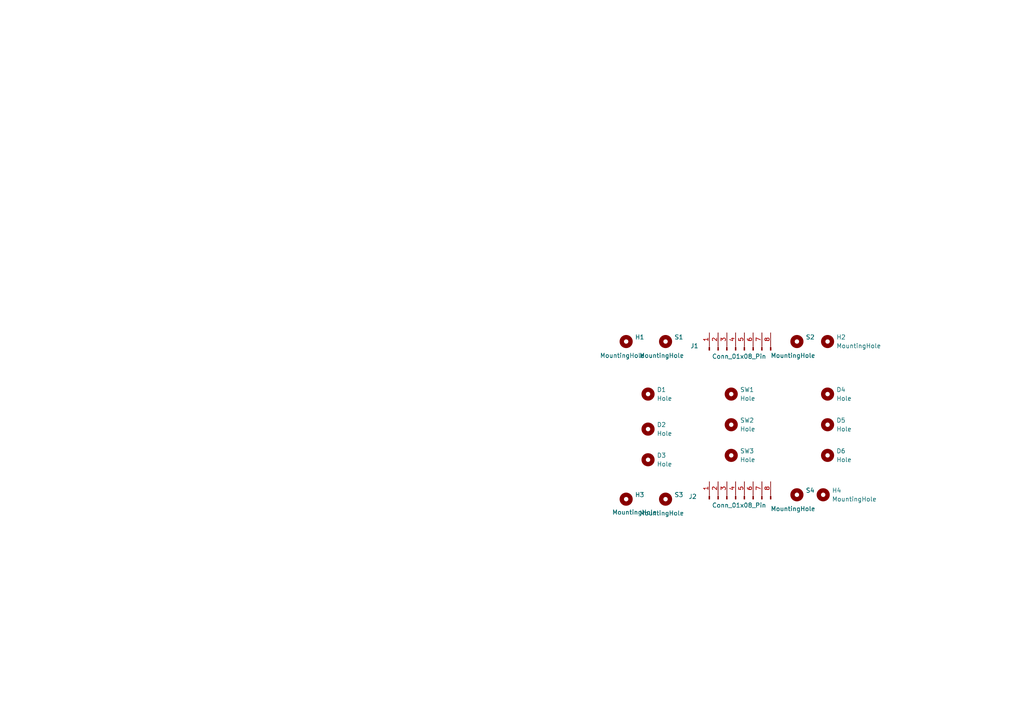
<source format=kicad_sch>
(kicad_sch (version 20231120) (generator "eeschema") (generator_version "8.0")
  (paper "A4")
  (title_block (date "2024-10-21"))
  (lib_symbols
    (symbol "Connector:Conn_01x08_Pin" (pin_names (offset 1.016) hide)
      (property "Reference" "J" (at 0 10.16 0))
      (property "Value" "Conn_01x08_Pin" (at 0 -12.7 0))
      (symbol "Conn_01x08_Pin_1_1"
        (polyline (pts (xy 1.27 -10.16) (xy 0.8636 -10.16)) (stroke (width 0.1524)))
        (polyline (pts (xy 1.27 -7.62) (xy 0.8636 -7.62)) (stroke (width 0.1524)))
        (polyline (pts (xy 1.27 -5.08) (xy 0.8636 -5.08)) (stroke (width 0.1524)))
        (polyline (pts (xy 1.27 -2.54) (xy 0.8636 -2.54)) (stroke (width 0.1524)))
        (polyline (pts (xy 1.27 0) (xy 0.8636 0)) (stroke (width 0.1524)))
        (polyline (pts (xy 1.27 2.54) (xy 0.8636 2.54)) (stroke (width 0.1524)))
        (polyline (pts (xy 1.27 5.08) (xy 0.8636 5.08)) (stroke (width 0.1524)))
        (polyline (pts (xy 1.27 7.62) (xy 0.8636 7.62)) (stroke (width 0.1524)))
        (rectangle (start 0.8636 -10.033) (end 0 -10.287) (stroke (width 0.1524)) (fill (type outline)))
        (rectangle (start 0.8636 -7.493) (end 0 -7.747) (stroke (width 0.1524)) (fill (type outline)))
        (rectangle (start 0.8636 -4.953) (end 0 -5.207) (stroke (width 0.1524)) (fill (type outline)))
        (rectangle (start 0.8636 -2.413) (end 0 -2.667) (stroke (width 0.1524)) (fill (type outline)))
        (rectangle (start 0.8636 0.127) (end 0 -0.127) (stroke (width 0.1524)) (fill (type outline)))
        (rectangle (start 0.8636 2.667) (end 0 2.413) (stroke (width 0.1524)) (fill (type outline)))
        (rectangle (start 0.8636 5.207) (end 0 4.953) (stroke (width 0.1524)) (fill (type outline)))
        (rectangle (start 0.8636 7.747) (end 0 7.493) (stroke (width 0.1524)) (fill (type outline)))
        (pin passive line (at 5.08 7.62 180) (length 3.81) (name "Pin_1") (number "1"))
        (pin passive line (at 5.08 5.08 180) (length 3.81) (name "Pin_2") (number "2"))
        (pin passive line (at 5.08 2.54 180) (length 3.81) (name "Pin_3") (number "3"))
        (pin passive line (at 5.08 0 180) (length 3.81) (name "Pin_4") (number "4"))
        (pin passive line (at 5.08 -2.54 180) (length 3.81) (name "Pin_5") (number "5"))
        (pin passive line (at 5.08 -5.08 180) (length 3.81) (name "Pin_6") (number "6"))
        (pin passive line (at 5.08 -7.62 180) (length 3.81) (name "Pin_7") (number "7"))
        (pin passive line (at 5.08 -10.16 180) (length 3.81) (name "Pin_8") (number "8"))
      )
    )
    (symbol "_kh_library:MountingHole" (pin_names (offset 1.016)) (exclude_from_sim yes) (in_bom no)
      (property "Reference" "H" (at 0 5.08 0))
      (property "Value" "MountingHole" (at 0 3.175 0))
      (symbol "MountingHole_0_1"
        (circle (center 0 0) (radius 1.27) (stroke (width 1.27)))
      )
    )
  )
  (symbol (lib_id "_kh_library:MountingHole") (at 240.03 123.19 0) (unit 1) (exclude_from_sim yes) (in_bom no)
    (property "Reference" "D5" (at 242.57 121.9199 0) (effects (justify left)))
    (property "Value" "Hole" (at 242.57 124.4599 0) (effects (justify left)))
    (property "Footprint" "_kh_library:Hole_5.6mm_Pad_TopBottom_kh" (effects (hide yes)))
    (property "Description" "Mounting Hole without connection" (effects (hide yes)))
  )
  (symbol (lib_id "_kh_library:MountingHole") (at 212.09 123.19 0) (unit 1) (exclude_from_sim yes) (in_bom no)
    (property "Reference" "SW2" (at 214.63 121.9199 0) (effects (justify left)))
    (property "Value" "Hole" (at 214.63 124.4599 0) (effects (justify left)))
    (property "Footprint" "_kh_library:Hole_8.0mm_Pad_TopBottom_kh" (effects (hide yes)))
    (property "Description" "Mounting Hole without connection" (effects (hide yes)))
  )
  (symbol (lib_id "_kh_library:MountingHole") (at 187.96 114.3 0) (unit 1) (exclude_from_sim yes) (in_bom no)
    (property "Reference" "D1" (at 190.5 113.0299 0) (effects (justify left)))
    (property "Value" "Hole" (at 190.5 115.5699 0) (effects (justify left)))
    (property "Footprint" "_kh_library:Hole_5.6mm_Pad_TopBottom_kh" (effects (hide yes)))
    (property "Description" "Mounting Hole without connection" (effects (hide yes)))
  )
  (symbol (lib_id "_kh_library:MountingHole") (at 193.04 99.06 0) (unit 1) (exclude_from_sim yes) (in_bom no)
    (property "Reference" "S1" (at 195.58 97.7899 0) (effects (justify left)))
    (property "Value" "MountingHole" (at 185.42 103.124 0) (effects (justify left)))
    (property "Footprint" "_kh_library:Hole_3.2mm_M3_Pad_TopBottom_kh" (effects (hide yes)))
    (property "Description" "Mounting Hole without connection" (effects (hide yes)))
  )
  (symbol (lib_id "_kh_library:MountingHole") (at 212.09 114.3 0) (unit 1) (exclude_from_sim yes) (in_bom no)
    (property "Reference" "SW1" (at 214.63 113.0299 0) (effects (justify left)))
    (property "Value" "Hole" (at 214.63 115.5699 0) (effects (justify left)))
    (property "Footprint" "_kh_library:Hole_8.0mm_Pad_TopBottom_kh" (effects (hide yes)))
    (property "Description" "Mounting Hole without connection" (effects (hide yes)))
  )
  (symbol (lib_id "_kh_library:MountingHole") (at 193.04 144.78 0) (unit 1) (exclude_from_sim yes) (in_bom no)
    (property "Reference" "S3" (at 195.58 143.5099 0) (effects (justify left)))
    (property "Value" "MountingHole" (at 185.42 148.844 0) (effects (justify left)))
    (property "Footprint" "_kh_library:Hole_3.2mm_M3_Pad_TopBottom_kh" (effects (hide yes)))
    (property "Description" "Mounting Hole without connection" (effects (hide yes)))
  )
  (symbol (lib_id "_kh_library:MountingHole") (at 181.61 99.06 0) (unit 1) (exclude_from_sim yes) (in_bom no)
    (property "Reference" "H1" (at 184.15 97.7899 0) (effects (justify left)))
    (property "Value" "MountingHole" (at 173.99 103.124 0) (effects (justify left)))
    (property "Footprint" "_kh_library:MountingHole_2.2mm_M2_Pad_TopBottom_kh" (effects (hide yes)))
    (property "Description" "Mounting Hole without connection" (effects (hide yes)))
  )
  (symbol (lib_id "_kh_library:MountingHole") (at 181.61 144.78 0) (unit 1) (exclude_from_sim yes) (in_bom no)
    (property "Reference" "H3" (at 184.15 143.5099 0) (effects (justify left)))
    (property "Value" "MountingHole" (at 177.546 148.59 0) (effects (justify left)))
    (property "Footprint" "_kh_library:MountingHole_2.2mm_M2_Pad_TopBottom_kh" (effects (hide yes)))
    (property "Description" "Mounting Hole without connection" (effects (hide yes)))
  )
  (symbol (lib_id "_kh_library:MountingHole") (at 240.03 99.06 0) (unit 1) (exclude_from_sim yes) (in_bom no)
    (property "Reference" "H2" (at 242.57 97.7899 0) (effects (justify left)))
    (property "Value" "MountingHole" (at 242.57 100.3299 0) (effects (justify left)))
    (property "Footprint" "_kh_library:MountingHole_2.2mm_M2_Pad_TopBottom_kh" (effects (hide yes)))
    (property "Description" "Mounting Hole without connection" (effects (hide yes)))
  )
  (symbol (lib_id "_kh_library:MountingHole") (at 238.76 143.51 0) (unit 1) (exclude_from_sim yes) (in_bom no)
    (property "Reference" "H4" (at 241.3 142.2399 0) (effects (justify left)))
    (property "Value" "MountingHole" (at 241.3 144.7799 0) (effects (justify left)))
    (property "Footprint" "_kh_library:MountingHole_2.2mm_M2_Pad_TopBottom_kh" (effects (hide yes)))
    (property "Description" "Mounting Hole without connection" (effects (hide yes)))
  )
  (symbol (lib_id "_kh_library:MountingHole") (at 231.14 99.06 0) (unit 1) (exclude_from_sim yes) (in_bom no)
    (property "Reference" "S2" (at 233.68 97.7899 0) (effects (justify left)))
    (property "Value" "MountingHole" (at 223.52 103.124 0) (effects (justify left)))
    (property "Footprint" "_kh_library:Hole_3.2mm_M3_Pad_TopBottom_kh" (effects (hide yes)))
    (property "Description" "Mounting Hole without connection" (effects (hide yes)))
  )
  (symbol (lib_id "Connector:Conn_01x08_Pin") (at 213.36 144.78 90) (unit 1)
    (property "Reference" "J2" (at 200.914 144.018 90))
    (property "Value" "Conn_01x08_Pin" (at 214.376 146.558 90))
    (property "Footprint" "_kh_library:PinSocket_1x08_P2.54mm_Vertical_kh" (effects (hide yes)))
    (property "Description" "Generic connector, single row, 01x08, script generated" (effects (hide yes)))
  )
  (symbol (lib_id "_kh_library:MountingHole") (at 187.96 124.46 0) (unit 1) (exclude_from_sim yes) (in_bom no)
    (property "Reference" "D2" (at 190.5 123.1899 0) (effects (justify left)))
    (property "Value" "Hole" (at 190.5 125.7299 0) (effects (justify left)))
    (property "Footprint" "_kh_library:Hole_5.6mm_Pad_TopBottom_kh" (effects (hide yes)))
    (property "Description" "Mounting Hole without connection" (effects (hide yes)))
  )
  (symbol (lib_id "_kh_library:MountingHole") (at 187.96 133.35 0) (unit 1) (exclude_from_sim yes) (in_bom no)
    (property "Reference" "D3" (at 190.5 132.0799 0) (effects (justify left)))
    (property "Value" "Hole" (at 190.5 134.6199 0) (effects (justify left)))
    (property "Footprint" "_kh_library:Hole_5.6mm_Pad_TopBottom_kh" (effects (hide yes)))
    (property "Description" "Mounting Hole without connection" (effects (hide yes)))
  )
  (symbol (lib_id "_kh_library:MountingHole") (at 231.14 143.51 0) (unit 1) (exclude_from_sim yes) (in_bom no)
    (property "Reference" "S4" (at 233.68 142.2399 0) (effects (justify left)))
    (property "Value" "MountingHole" (at 223.52 147.574 0) (effects (justify left)))
    (property "Footprint" "_kh_library:Hole_3.2mm_M3_Pad_TopBottom_kh" (effects (hide yes)))
    (property "Description" "Mounting Hole without connection" (effects (hide yes)))
  )
  (symbol (lib_id "_kh_library:MountingHole") (at 240.03 114.3 0) (unit 1) (exclude_from_sim yes) (in_bom no)
    (property "Reference" "D4" (at 242.57 113.0299 0) (effects (justify left)))
    (property "Value" "Hole" (at 242.57 115.5699 0) (effects (justify left)))
    (property "Footprint" "_kh_library:Hole_5.6mm_Pad_TopBottom_kh" (effects (hide yes)))
    (property "Description" "Mounting Hole without connection" (effects (hide yes)))
  )
  (symbol (lib_id "_kh_library:MountingHole") (at 212.09 132.08 0) (unit 1) (exclude_from_sim yes) (in_bom no)
    (property "Reference" "SW3" (at 214.63 130.8099 0) (effects (justify left)))
    (property "Value" "Hole" (at 214.63 133.3499 0) (effects (justify left)))
    (property "Footprint" "_kh_library:Hole_8.0mm_Pad_TopBottom_kh" (effects (hide yes)))
    (property "Description" "Mounting Hole without connection" (effects (hide yes)))
  )
  (symbol (lib_id "Connector:Conn_01x08_Pin") (at 213.36 101.6 90) (unit 1)
    (property "Reference" "J1" (at 201.422 100.33 90))
    (property "Value" "Conn_01x08_Pin" (at 214.376 103.378 90))
    (property "Footprint" "_kh_library:PinSocket_1x08_P2.54mm_Vertical_kh" (effects (hide yes)))
    (property "Description" "Generic connector, single row, 01x08, script generated" (effects (hide yes)))
  )
  (symbol (lib_id "_kh_library:MountingHole") (at 240.03 132.08 0) (unit 1) (exclude_from_sim yes) (in_bom no)
    (property "Reference" "D6" (at 242.57 130.8099 0) (effects (justify left)))
    (property "Value" "Hole" (at 242.57 133.3499 0) (effects (justify left)))
    (property "Footprint" "_kh_library:Hole_5.6mm_Pad_TopBottom_kh" (effects (hide yes)))
    (property "Description" "Mounting Hole without connection" (effects (hide yes)))
  )
)
</source>
